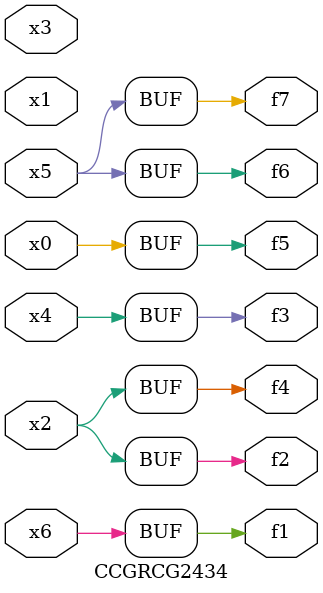
<source format=v>
module CCGRCG2434(
	input x0, x1, x2, x3, x4, x5, x6,
	output f1, f2, f3, f4, f5, f6, f7
);
	assign f1 = x6;
	assign f2 = x2;
	assign f3 = x4;
	assign f4 = x2;
	assign f5 = x0;
	assign f6 = x5;
	assign f7 = x5;
endmodule

</source>
